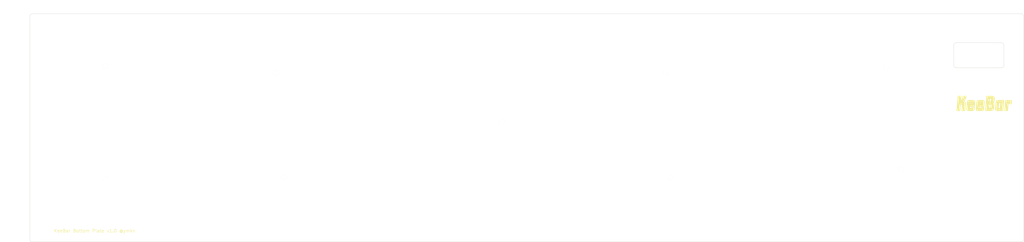
<source format=kicad_pcb>
(kicad_pcb (version 20221018) (generator pcbnew)
  (title_block (title "KeeBar Bottom Plate") (date "2023-06-19") (rev "v1.0") (company "@ymkn"))
  (layers (0 "F.Cu" signal) (31 "B.Cu" signal) (34 "B.Paste" user) (35 "F.Paste" user) (36 "B.SilkS" user "B.Silkscreen") (37 "F.SilkS" user "F.Silkscreen") (38 "B.Mask" user) (39 "F.Mask" user) (44 "Edge.Cuts" user))
  (net 0 "")
  (footprint "kbd_Hole:m2_Screw_Hole_EdgeCuts" (layer "F.Cu") (at 345.5 59.5)
    (fp_text reference "M2_4" hide)
    (fp_text value "Val**" hide)
    (fp_circle (center 0 0) (end 1.1 0) (stroke (width 0.01)) (fill none) (layer "Edge.Cuts"))
  )
  (footprint "kbd_Hole:m2_Screw_Hole_EdgeCuts" (layer "F.Cu") (at 114.5 62)
    (fp_text reference "M2_2" hide)
    (fp_text value "Val**" hide)
    (fp_circle (center 0 0) (end 1.1 0) (stroke (width 0.01)) (fill none) (layer "Edge.Cuts"))
  )
  (footprint "kbd_Hole:m2_Screw_Hole_EdgeCuts" (layer "F.Cu") (at 263.5 101.5)
    (fp_text reference "M2_8" hide)
    (fp_text value "Val**" hide)
    (fp_circle (center 0 0) (end 1.1 0) (stroke (width 0.01)) (fill none) (layer "Edge.Cuts"))
  )
  (footprint "kbd_Hole:m2_Screw_Hole_EdgeCuts" (layer "F.Cu") (at 50 59.5)
    (fp_text reference "M2_1" hide)
    (fp_text value "Val**" hide)
    (fp_circle (center 0 0) (end 1.1 0) (stroke (width 0.01)) (fill none) (layer "Edge.Cuts"))
  )
  (footprint "kbd_Hole:m2_Screw_Hole_EdgeCuts" (layer "F.Cu") (at 200 80.5)
    (fp_text reference "M2_5" hide)
    (fp_text value "Val**" hide)
    (fp_circle (center 0 0) (end 1.1 0) (stroke (width 0.01)) (fill none) (layer "Edge.Cuts"))
  )
  (footprint "kbd_Hole:m2_Screw_Hole_EdgeCuts" (layer "F.Cu") (at 117.5 101.5)
    (fp_text reference "M2_7" hide)
    (fp_text value "Val**" hide)
    (fp_circle (center 0 0) (end 1.1 0) (stroke (width 0.01)) (fill none) (layer "Edge.Cuts"))
  )
  (footprint "logo:keebar-logo" (layer "F.Cu") (at 382.5 73.5)
    (fp_text reference "G***" hide)
    (fp_text value "LOGO" hide)
    (fp_poly (pts (xy 10.077368 -1.270115) (xy 10.196689 -1.260714) (xy 10.275485 -1.238843) (xy 10.335881 -1.199427) (xy 10.375832 -1.161913) (xy 10.48604 -1.051705) (xy 10.457216 -0.536453) (xy 10.44372 -0.319098) (xy 10.428813 -0.117552) (xy 10.414389 0.044516) (xy 10.403268 0.137813) (xy 10.378143 0.296828) (xy 9.870444 0.296828) (xy 9.362746 0.296828) (xy 9.377922 0.10601) (xy 9.381771 -0.014191) (xy 9.364216 -0.071097) (xy 9.322565 -0.084808) (xy 9.299139 -0.082246) (xy 9.279335 -0.069186) (xy 9.262074 -0.037567) (xy 9.24628 0.020674) (xy 9.230875 0.113597) (xy 9.214783 0.249263) (xy 9.196926 0.435734) (xy 9.176226 0.681072) (xy 9.151606 0.993337) (xy 9.12199 1.380592) (xy 9.115738 1.462938) (xy 9.091795 1.773138) (xy 9.068757 2.06179) (xy 9.047697 2.316196) (xy 9.029689 2.52366) (xy 9.015805 2.671484) (xy 9.007328 2.745659) (xy 8.985807 2.883472) (xy 8.330466 2.883472) (xy 8.066567 2.881729) (xy 7.87827 2.876004) (xy 7.756428 2.865559) (xy 7.691898 2.849654) (xy 7.675258 2.830467) (xy 7.678742 2.778694) (xy 7.688677 2.650897) (xy 7.704366 2.45556) (xy 7.725115 2.201167) (xy 7.750227 1.896199) (xy 7.779007 1.549142) (xy 7.81076 1.168477) (xy 7.844741 0.763272) (xy 7.878692 0.359293) (xy 7.910377 -0.018078) (xy 7.939105 -0.36059) (xy 7.964186 -0.659992) (xy 7.984929 -0.908032) (xy 8.000643 -1.096459) (xy 8.010638 -1.217022) (xy 8.014223 -1.261469) (xy 8.014225 -1.261519) (xy 8.054272 -1.265152) (xy 8.164704 -1.268249) (xy 8.331096 -1.270576) (xy 8.539025 -1.271902) (xy 8.67162 -1.27212) (xy 8.920484 -1.271729) (xy 9.096971 -1.269394) (xy 9.213515 -1.263371) (xy 9.282545 -1.251917) (xy 9.316493 -1.233286) (xy 9.327792 -1.205735) (xy 9.328882 -1.179921) (xy 9.328882 -1.087721) (xy 9.427024 -1.179921) (xy 9.486292 -1.225529) (xy 9.559303 -1.253241) (xy 9.667595 -1.267294) (xy 9.832712 -1.271931) (xy 9.895395 -1.27212)) (fill solid) (layer "F.SilkS"))
    (fp_poly (pts (xy 7.528774 -1.049499) (xy 7.519733 -0.958545) (xy 7.50513 -0.797996) (xy 7.485845 -0.578471) (xy 7.462758 -0.310587) (xy 7.43675 -0.004963) (xy 7.4087 0.327785) (xy 7.379489 0.677037) (xy 7.349996 1.032177) (xy 7.321102 1.382586) (xy 7.293688 1.717646) (xy 7.268633 2.02674) (xy 7.246817 2.29925) (xy 7.229122 2.524557) (xy 7.216426 2.692045) (xy 7.20961 2.791094) (xy 7.208681 2.811892) (xy 7.201187 2.838781) (xy 7.170753 2.858014) (xy 7.10545 2.870845) (xy 6.993351 2.878526) (xy 6.822527 2.88231) (xy 6.581051 2.883451) (xy 6.52736 2.883472) (xy 5.846038 2.883472) (xy 5.875365 2.788063) (xy 5.904691 2.692654) (xy 5.801282 2.788063) (xy 5.75421 2.826483) (xy 5.700293 2.852947) (xy 5.623721 2.869667) (xy 5.508687 2.878854) (xy 5.33938 2.882718) (xy 5.119026 2.883472) (xy 4.54018 2.883472) (xy 4.392879 2.754141) (xy 4.326223 2.693151) (xy 4.272948 2.633268) (xy 4.232381 2.565334) (xy 4.203848 2.480193) (xy 4.186676 2.368687) (xy 4.180193 2.221658) (xy 4.183724 2.029949) (xy 4.196598 1.784403) (xy 4.196838 1.780968) (xy 5.507325 1.780968) (xy 5.735216 1.780968) (xy 5.963108 1.780968) (xy 6.01393 1.134307) (xy 6.034153 0.88075) (xy 6.054602 0.63091) (xy 6.073245 0.409176) (xy 6.088052 0.239936) (xy 6.091596 0.201419) (xy 6.118441 -0.084808) (xy 5.904268 -0.084808) (xy 5.690095 -0.084808) (xy 5.665112 0.116611) (xy 5.652078 0.237494) (xy 5.634947 0.418642) (xy 5.615926 0.635745) (xy 5.597219 0.864494) (xy 5.596842 0.869282) (xy 5.578399 1.095323) (xy 5.559837 1.307613) (xy 5.543273 1.482856) (xy 5.530821 1.597752) (xy 5.53044 1.600751) (xy 5.507325 1.780968) (xy 4.196838 1.780968) (xy 4.21814 1.475863) (xy 4.247678 1.09517) (xy 4.259769 0.943333) (xy 4.28819 0.598624) (xy 4.316795 0.272303) (xy 4.34441 -0.023698) (xy 4.369859 -0.277449) (xy 4.391968 -0.477022) (xy 4.40956 -0.610485) (xy 4.416856 -0.651259) (xy 4.500902 -0.865293) (xy 4.641692 -1.057775) (xy 4.816888 -1.19905) (xy 4.838246 -1.21068) (xy 4.88799 -1.228752) (xy 4.965504 -1.243078) (xy 5.079655 -1.254045) (xy 5.239308 -1.262035) (xy 5.453329 -1.267435) (xy 5.730583 -1.270627) (xy 6.079937 -1.271996) (xy 6.255537 -1.27212) (xy 7.554016 -1.27212)) (fill solid) (layer "F.SilkS"))
    (fp_poly (pts (xy -0.945725 -1.271252) (xy -0.676697 -1.267319) (xy -0.470269 -1.258333) (xy -0.315344 -1.242303) (xy -0.20082 -1.217239) (xy -0.115598 -1.181151) (xy -0.048579 -1.132049) (xy 0.011338 -1.067942) (xy 0.038516 -1.03421) (xy 0.10255 -0.940671) (xy 0.147854 -0.838825) (xy 0.175699 -0.715274) (xy 0.187357 -0.556624) (xy 0.184099 -0.349478) (xy 0.167197 -0.080439) (xy 0.149443 0.134582) (xy 0.126689 0.38987) (xy 0.104511 0.628845) (xy 0.08468 0.83313) (xy 0.068967 0.984352) (xy 0.061273 1.049499) (xy 0.037208 1.229716) (xy -0.824939 1.229716) (xy -1.125572 1.229663) (xy -1.351919 1.231808) (xy -1.514494 1.239606) (xy -1.623812 1.256513) (xy -1.690386 1.285986) (xy -1.724729 1.331478) (xy -1.737355 1.396447) (xy -1.738778 1.484348) (xy -1.738564 1.530012) (xy -1.738564 1.69616) (xy -1.531964 1.69616) (xy -1.325363 1.69616) (xy -1.298241 1.526544) (xy -1.271118 1.356928) (xy -0.614109 1.356928) (xy 0.042899 1.356928) (xy 0.017746 1.727963) (xy -0.010926 2.029196) (xy -0.054345 2.262633) (xy -0.117891 2.444767) (xy -0.206943 2.592091) (xy -0.29696 2.692853) (xy -0.470386 2.86227) (xy -1.58152 2.872249) (xy -1.933026 2.874588) (xy -2.20949 2.874289) (xy -2.420646 2.870943) (xy -2.576232 2.864143) (xy -2.685982 2.853481) (xy -2.759634 2.838548) (xy -2.80319 2.821073) (xy -2.944588 2.700251) (xy -3.056262 2.521058) (xy -3.098589 2.406231) (xy -3.105926 2.32241) (xy -3.103867 2.157045) (xy -3.092561 1.912861) (xy -3.072158 1.592583) (xy -3.042808 1.198934) (xy -3.010244 0.800465) (xy -2.97419 0.379795) (xy -2.942733 0.034749) (xy -2.936965 -0.021202) (xy -1.611352 -0.021202) (xy -1.588655 0.018797) (xy -1.51007 0.038334) (xy -1.399332 0.042404) (xy -1.266001 0.035595) (xy -1.200879 0.012019) (xy -1.187312 -0.021202) (xy -1.21001 -0.061202) (xy -1.288594 -0.080738) (xy -1.399332 -0.084808) (xy -1.532664 -0.077999) (xy -1.597785 -0.054423) (xy -1.611352 -0.021202) (xy -2.936965 -0.021202) (xy -2.914037 -0.243615) (xy -2.886269 -0.464238) (xy -2.857594 -0.636061) (xy -2.826178 -0.768023) (xy -2.790186 -0.869067) (xy -2.747785 -0.948133) (xy -2.697139 -1.014162) (xy -2.636414 -1.076095) (xy -2.622574 -1.089079) (xy -2.556467 -1.14452) (xy -2.484291 -1.187581) (xy -2.394829 -1.2198) (xy -2.276865 -1.242715) (xy -2.119183 -1.257865) (xy -1.910566 -1.266791) (xy -1.639799 -1.271029) (xy -1.295664 -1.27212) (xy -1.288456 -1.27212)) (fill solid) (layer "F.SilkS"))
    (fp_poly (pts (xy -4.507662 -1.271252) (xy -4.238633 -1.267319) (xy -4.032206 -1.258333) (xy -3.87728 -1.242303) (xy -3.762756 -1.217239) (xy -3.677535 -1.181151) (xy -3.610515 -1.132049) (xy -3.550598 -1.067942) (xy -3.52342 -1.03421) (xy -3.459387 -0.940671) (xy -3.414083 -0.838825) (xy -3.386238 -0.715274) (xy -3.37458 -0.556624) (xy -3.377837 -0.349478) (xy -3.394739 -0.080439) (xy -3.412493 0.134582) (xy -3.435248 0.38987) (xy -3.457426 0.628845) (xy -3.477256 0.83313) (xy -3.492969 0.984352) (xy -3.500664 1.049499) (xy -3.524729 1.229716) (xy -4.386876 1.229716) (xy -4.687508 1.229663) (xy -4.913855 1.231808) (xy -5.076431 1.239606) (xy -5.185749 1.256513) (xy -5.252322 1.285986) (xy -5.286665 1.331478) (xy -5.299292 1.396447) (xy -5.300715 1.484348) (xy -5.300501 1.530012) (xy -5.300501 1.69616) (xy -5.0939 1.69616) (xy -4.8873 1.69616) (xy -4.860177 1.526544) (xy -4.833054 1.356928) (xy -4.176834 1.356928) (xy -3.520614 1.356928) (xy -3.544293 1.685559) (xy -3.577463 2.015929) (xy -3.627098 2.275013) (xy -3.698432 2.475586) (xy -3.796693 2.630422) (xy -3.927113 2.752295) (xy -4.001489 2.802116) (xy -4.048842 2.827323) (xy -4.105219 2.846688) (xy -4.18169 2.86095) (xy -4.289325 2.870846) (xy -4.439195 2.877113) (xy -4.642371 2.88049) (xy -4.909922 2.881715) (xy -5.194491 2.881616) (xy -5.543219 2.880088) (xy -5.816626 2.876301) (xy -6.024182 2.869757) (xy -6.175355 2.859959) (xy -6.279614 2.846407) (xy -6.346429 2.828603) (xy -6.365127 2.819997) (xy -6.5056 2.701204) (xy -6.61704 2.523638) (xy -6.660526 2.406231) (xy -6.667863 2.32241) (xy -6.665804 2.157045) (xy -6.654497 1.912861) (xy -6.634094 1.592583) (xy -6.604744 1.198934) (xy -6.572181 0.800465) (xy -6.536127 0.379795) (xy -6.504669 0.034749) (xy -6.498901 -0.021202) (xy -5.173289 -0.021202) (xy -5.150591 0.018797) (xy -5.072006 0.038334) (xy -4.961269 0.042404) (xy -4.827937 0.035595) (xy -4.762816 0.012019) (xy -4.749249 -0.021202) (xy -4.771946 -0.061202) (xy -4.850531 -0.080738) (xy -4.961269 -0.084808) (xy -5.0946 -0.077999) (xy -5.159721 -0.054423) (xy -5.173289 -0.021202) (xy -6.498901 -0.021202) (xy -6.475974 -0.243615) (xy -6.448205 -0.464238) (xy -6.41953 -0.636061) (xy -6.388114 -0.768023) (xy -6.352123 -0.869067) (xy -6.309721 -0.948133) (xy -6.259075 -1.014162) (xy -6.198351 -1.076095) (xy -6.184511 -1.089079) (xy -6.118403 -1.14452) (xy -6.046227 -1.187581) (xy -5.956765 -1.2198) (xy -5.838801 -1.242715) (xy -5.681119 -1.257865) (xy -5.472503 -1.266791) (xy -5.201735 -1.271029) (xy -4.857601 -1.27212) (xy -4.850392 -1.27212)) (fill solid) (layer "F.SilkS"))
    (fp_poly (pts (xy -8.659238 -2.024791) (xy -8.681207 -1.762867) (xy -8.699446 -1.529449) (xy -8.713028 -1.337817) (xy -8.721024 -1.201251) (xy -8.722506 -1.13303) (xy -8.721889 -1.128586) (xy -8.699417 -1.150361) (xy -8.645431 -1.235506) (xy -8.567043 -1.371888) (xy -8.471368 -1.547378) (xy -8.425889 -1.633358) (xy -8.306964 -1.865395) (xy -8.225055 -2.039978) (xy -8.174131 -2.17272) (xy -8.148159 -2.279238) (xy -8.141102 -2.370549) (xy -8.134624 -2.53311) (xy -8.119141 -2.692276) (xy -8.114352 -2.724457) (xy -8.088069 -2.883472) (xy -7.392029 -2.883472) (xy -6.69599 -2.883472) (xy -6.717089 -2.745659) (xy -6.732671 -2.627716) (xy -6.75103 -2.466018) (xy -6.763899 -2.339475) (xy -6.77917 -2.226938) (xy -6.806496 -2.11558) (xy -6.852156 -1.989816) (xy -6.922425 -1.834064) (xy -7.02358 -1.632737) (xy -7.13054 -1.429183) (xy -7.264063 -1.172683) (xy -7.35602 -0.983587) (xy -7.408653 -0.856682) (xy -7.424202 -0.786753) (xy -7.414283 -0.768931) (xy -7.354523 -0.730547) (xy -7.259856 -0.650544) (xy -7.180919 -0.575738) (xy -7.063818 -0.441889) (xy -7.000522 -0.315812) (xy -6.977442 -0.211039) (xy -6.974365 -0.123879) (xy -6.978174 0.036303) (xy -6.98823 0.258055) (xy -7.003891 0.529924) (xy -7.024515 0.840458) (xy -7.049462 1.178207) (xy -7.06881 1.420534) (xy -7.187479 2.86227) (xy -7.876544 2.873922) (xy -8.133204 2.877622) (xy -8.317083 2.87794) (xy -8.440177 2.873767) (xy -8.514484 2.863996) (xy -8.551998 2.847519) (xy -8.564717 2.82323) (xy -8.56555 2.810316) (xy -8.562123 2.74822) (xy -8.55253 2.614309) (xy -8.537757 2.421272) (xy -8.518787 2.1818) (xy -8.496605 1.908584) (xy -8.480801 1.717362) (xy -8.45689 1.424429) (xy -8.435589 1.152756) (xy -8.417904 0.916045) (xy -8.404839 0.727993) (xy -8.397399 0.6023) (xy -8.396052 0.561853) (xy -8.395993 0.42404) (xy -8.623738 0.42404) (xy -8.851483 0.42404) (xy -8.876813 0.667863) (xy -8.888092 0.787056) (xy -8.90432 0.972844) (xy -8.92399 1.20726) (xy -8.945596 1.472337) (xy -8.967631 1.750109) (xy -8.968386 1.759766) (xy -8.989918 2.028473) (xy -9.010798 2.27641) (xy -9.029641 2.488051) (xy -9.045057 2.647866) (xy -9.055661 2.740328) (xy -9.056464 2.745659) (xy -9.0783 2.883472) (xy -9.754843 2.883472) (xy -10.431385 2.883472) (xy -10.431385 2.771804) (xy -10.427937 2.710243) (xy -10.418083 2.573097) (xy -10.402556 2.369289) (xy -10.382091 2.107741) (xy -10.357423 1.797375) (xy -10.329286 1.447114) (xy -10.298415 1.065879) (xy -10.265545 0.662593) (xy -10.231408 0.246178) (xy -10.196741 -0.174444) (xy -10.162277 -0.59035) (xy -10.128751 -0.992618) (xy -10.096898 -1.372326) (xy -10.067451 -1.720551) (xy -10.041146 -2.028372) (xy -10.018717 -2.286866) (xy -10.000898 -2.487111) (xy -9.988423 -2.620185) (xy -9.984182 -2.660851) (xy -9.958839 -2.883472) (xy -9.271873 -2.883472) (xy -8.584907 -2.883472)) (fill solid) (layer "F.SilkS"))
    (fp_poly (pts (xy 2.481997 -2.883085) (xy 2.766792 -2.881523) (xy 2.987383 -2.878188) (xy 3.154072 -2.872482) (xy 3.27716 -2.863804) (xy 3.366949 -2.851557) (xy 3.433739 -2.835142) (xy 3.487832 -2.813959) (xy 3.510621 -2.802791) (xy 3.694037 -2.682397) (xy 3.834311 -2.522994) (xy 3.947517 -2.311978) (xy 3.987714 -2.212638) (xy 4.012808 -2.119303) (xy 4.024868 -2.010496) (xy 4.025963 -1.864741) (xy 4.018162 -1.660561) (xy 4.015493 -1.60638) (xy 3.995372 -1.325365) (xy 3.964031 -1.111789) (xy 3.916667 -0.948527) (xy 3.84848 -0.818451) (xy 3.765902 -0.716202) (xy 3.699407 -0.639185) (xy 3.687638 -0.587624) (xy 3.725921 -0.526445) (xy 3.738524 -0.510769) (xy 3.790893 -0.437169) (xy 3.829876 -0.355477) (xy 3.856055 -0.254816) (xy 3.870016 -0.124309) (xy 3.872342 0.046923) (xy 3.863619 0.269756) (xy 3.844429 0.555068) (xy 3.815358 0.913737) (xy 3.815162 0.916058) (xy 3.787991 1.212982) (xy 3.758675 1.492759) (xy 3.729053 1.740612) (xy 3.700962 1.94176) (xy 3.676241 2.081424) (xy 3.664502 2.127431) (xy 3.561165 2.33894) (xy 3.40199 2.544606) (xy 3.212516 2.715175) (xy 3.081627 2.795113) (xy 3.025019 2.820491) (xy 2.96511 2.840494) (xy 2.89152 2.855757) (xy 2.793872 2.866918) (xy 2.661787 2.874613) (xy 2.484887 2.879478) (xy 2.252794 2.882152) (xy 1.955129 2.88327) (xy 1.641429 2.883472) (xy 0.383756 2.883472) (xy 0.40315 2.766861) (xy 0.409892 2.704915) (xy 0.422735 2.565968) (xy 0.441043 2.357558) (xy 0.464184 2.087224) (xy 0.491522 1.762505) (xy 0.49704 1.69616) (xy 1.884629 1.69616) (xy 2.123778 1.69616) (xy 2.362927 1.69616) (xy 2.389978 1.37813) (xy 2.408596 1.159241) (xy 2.429288 0.915966) (xy 2.444079 0.74207) (xy 2.47113 0.42404) (xy 2.232059 0.42404) (xy 2.075005 0.432802) (xy 1.998558 0.459438) (xy 1.989831 0.477045) (xy 1.985134 0.5369) (xy 1.974454 0.664114) (xy 1.959249 0.841567) (xy 1.940979 1.052135) (xy 1.935651 1.113105) (xy 1.884629 1.69616) (xy 0.49704 1.69616) (xy 0.522426 1.390939) (xy 0.55626 0.980065) (xy 0.59239 0.537423) (xy 0.630184 0.070551) (xy 0.637575 -0.021202) (xy 0.675588 -0.491128) (xy 0.697822 -0.763272) (xy 2.0726 -0.763272) (xy 2.3234 -0.763272) (xy 2.5742 -0.763272) (xy 2.601624 -1.0877) (xy 2.615198 -1.267009) (xy 2.625004 -1.432297) (xy 2.629034 -1.549384) (xy 2.629049 -1.554144) (xy 2.629049 -1.69616) (xy 2.399202 -1.69616) (xy 2.169355 -1.69616) (xy 2.143327 -1.409933) (xy 2.12594 -1.228931) (xy 2.107471 -1.052302) (xy 2.09495 -0.943489) (xy 2.0726 -0.763272) (xy 0.697822 -0.763272) (xy 0.712073 -0.937698) (xy 0.746397 -1.353451) (xy 0.777927 -1.730925) (xy 0.806031 -2.062659) (xy 0.830074 -2.341191) (xy 0.849424 -2.559059) (xy 0.863448 -2.708802) (xy 0.871511 -2.782958) (xy 0.872354 -2.788063) (xy 0.8921 -2.883472) (xy 2.122698 -2.883472)) (fill solid) (layer "F.SilkS"))
  )
  (footprint "kbd_Hole:m2_Screw_Hole_EdgeCuts" (layer "F.Cu") (at 351 98.5)
    (fp_text reference "M2_9" hide)
    (fp_text value "Val**" hide)
    (fp_circle (center 0 0) (end 1.1 0) (stroke (width 0.01)) (fill none) (layer "Edge.Cuts"))
  )
  (footprint "kbd_Hole:m2_Screw_Hole_EdgeCuts" (layer "F.Cu") (at 262 61.5)
    (fp_text reference "M2_3" hide)
    (fp_text value "Val**" hide)
    (fp_circle (center 0 0) (end 1.1 0) (stroke (width 0.01)) (fill none) (layer "Edge.Cuts"))
  )
  (footprint "kbd_Hole:m2_Screw_Hole_EdgeCuts" (layer "F.Cu") (at 50 102.5)
    (fp_text reference "M2_6" hide)
    (fp_text value "Val**" hide)
    (fp_circle (center 0 0) (end 1.1 0) (stroke (width 0.01)) (fill none) (layer "Edge.Cuts"))
  )
  (gr_line (start 389 60) (end 372 60) (stroke (width 0.1)) (layer "Edge.Cuts"))
  (gr_line (start 390 51.5) (end 390 59) (stroke (width 0.1)) (layer "Edge.Cuts"))
  (gr_arc (start 371 51.5) (mid 371.292893 50.792893) (end 372 50.5) (stroke (width 0.1)) (layer "Edge.Cuts"))
  (gr_arc (start 396.5 39.5) (mid 397.207107 39.792893) (end 397.5 40.5) (stroke (width 0.1)) (layer "Edge.Cuts"))
  (gr_arc (start 21.5 40.5) (mid 21.792893 39.792893) (end 22.5 39.5) (stroke (width 0.1)) (layer "Edge.Cuts"))
  (gr_arc (start 389 50.5) (mid 389.707107 50.792893) (end 390 51.5) (stroke (width 0.1)) (layer "Edge.Cuts"))
  (gr_arc (start 397.5 125) (mid 397.207107 125.707107) (end 396.5 126) (stroke (width 0.1)) (layer "Edge.Cuts"))
  (gr_line (start 397.5 40.5) (end 397.5 125) (stroke (width 0.1)) (layer "Edge.Cuts"))
  (gr_line (start 371 59) (end 371 51.5) (stroke (width 0.1)) (layer "Edge.Cuts"))
  (gr_arc (start 22.5 126) (mid 21.792893 125.707107) (end 21.5 125) (stroke (width 0.1)) (layer "Edge.Cuts"))
  (gr_line (start 22.5 39.5) (end 396.5 39.5) (stroke (width 0.1)) (layer "Edge.Cuts"))
  (gr_line (start 21.5 125) (end 21.5 40.5) (stroke (width 0.1)) (layer "Edge.Cuts"))
  (gr_arc (start 372 60) (mid 371.292893 59.707107) (end 371 59) (stroke (width 0.1)) (layer "Edge.Cuts"))
  (gr_line (start 372 50.5) (end 389 50.5) (stroke (width 0.1)) (layer "Edge.Cuts"))
  (gr_arc (start 390 59) (mid 389.707107 59.707107) (end 389 60) (stroke (width 0.1)) (layer "Edge.Cuts"))
  (gr_line (start 396.5 126) (end 22.5 126) (stroke (width 0.1)) (layer "Edge.Cuts"))
  (gr_text "KeeBar Bottom Plate v1.0 @ymkn" (at 30.5 122.5) (layer "F.SilkS") (effects (font (size 1.2 1.2)) (justify left bottom)))
)
</source>
